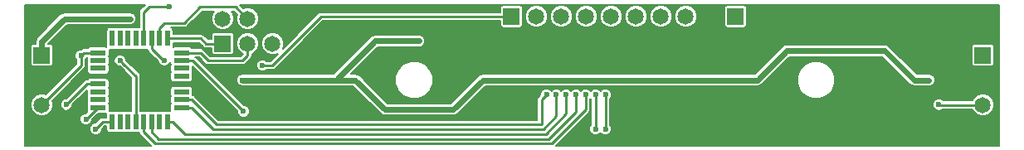
<source format=gbl>
G04 #@! TF.FileFunction,Copper,L2,Bot,Signal*
%FSLAX46Y46*%
G04 Gerber Fmt 4.6, Leading zero omitted, Abs format (unit mm)*
G04 Created by KiCad (PCBNEW 4.0.7-e2-6376~58~ubuntu16.04.1) date Thu Sep 14 12:30:46 2017*
%MOMM*%
%LPD*%
G01*
G04 APERTURE LIST*
%ADD10C,0.100000*%
%ADD11R,1.600000X0.550000*%
%ADD12R,0.550000X1.600000*%
%ADD13R,1.651000X1.651000*%
%ADD14C,1.651000*%
%ADD15C,0.600000*%
%ADD16C,0.600000*%
%ADD17C,0.250000*%
%ADD18C,0.150000*%
G04 APERTURE END LIST*
D10*
D11*
X57750000Y-145800000D03*
X57750000Y-145000000D03*
X57750000Y-144200000D03*
X57750000Y-143400000D03*
X57750000Y-142600000D03*
X57750000Y-141800000D03*
X57750000Y-141000000D03*
X57750000Y-140200000D03*
D12*
X59200000Y-138750000D03*
X60000000Y-138750000D03*
X60800000Y-138750000D03*
X61600000Y-138750000D03*
X62400000Y-138750000D03*
X63200000Y-138750000D03*
X64000000Y-138750000D03*
X64800000Y-138750000D03*
D11*
X66250000Y-140200000D03*
X66250000Y-141000000D03*
X66250000Y-141800000D03*
X66250000Y-142600000D03*
X66250000Y-143400000D03*
X66250000Y-144200000D03*
X66250000Y-145000000D03*
X66250000Y-145800000D03*
D12*
X64800000Y-147250000D03*
X64000000Y-147250000D03*
X63200000Y-147250000D03*
X62400000Y-147250000D03*
X61600000Y-147250000D03*
X60800000Y-147250000D03*
X60000000Y-147250000D03*
X59200000Y-147250000D03*
D13*
X52000000Y-140460000D03*
D14*
X52000000Y-143000000D03*
X52000000Y-145540000D03*
D13*
X148000000Y-140460000D03*
D14*
X148000000Y-143000000D03*
X148000000Y-145540000D03*
D13*
X70460000Y-139270000D03*
D14*
X73000000Y-139270000D03*
X75540000Y-139270000D03*
X75540000Y-136730000D03*
X73000000Y-136730000D03*
X70460000Y-136730000D03*
D13*
X99920000Y-136500000D03*
D14*
X102460000Y-136500000D03*
X105000000Y-136500000D03*
X107540000Y-136500000D03*
X110080000Y-136500000D03*
X112620000Y-136500000D03*
X115160000Y-136500000D03*
X117700000Y-136500000D03*
D13*
X122770000Y-136500000D03*
D14*
X120230000Y-136500000D03*
D15*
X72500000Y-143000000D03*
X90500000Y-139000016D03*
X82000000Y-143000000D03*
X102500000Y-143000000D03*
X122500000Y-143000000D03*
X142500000Y-143000000D03*
X54500000Y-145500000D03*
X61000000Y-136730000D03*
X72576927Y-146184625D03*
X55999992Y-140500000D03*
X143499998Y-145500000D03*
X60000000Y-141000000D03*
X65000000Y-135500000D03*
X74500000Y-141500006D03*
X64500000Y-141000000D03*
X103500000Y-144500000D03*
X104500000Y-144500000D03*
X105500000Y-144500000D03*
X106500000Y-144500000D03*
X107500000Y-144500000D03*
X108500000Y-148000000D03*
X57500000Y-147999988D03*
X108500000Y-144500000D03*
X109500000Y-148000000D03*
X109500000Y-144500000D03*
X56500000Y-147000000D03*
D16*
X82000000Y-143000000D02*
X72500000Y-143000000D01*
X85999984Y-139000016D02*
X90075736Y-139000016D01*
X82000000Y-143000000D02*
X85999984Y-139000016D01*
X90075736Y-139000016D02*
X90500000Y-139000016D01*
X142500000Y-143000000D02*
X141000000Y-143000000D01*
X138000000Y-140000000D02*
X141000000Y-143000000D01*
X128000000Y-140000000D02*
X138000000Y-140000000D01*
X125000000Y-143000000D02*
X128000000Y-140000000D01*
X122500000Y-143000000D02*
X125000000Y-143000000D01*
X87000000Y-146000000D02*
X94000000Y-146000000D01*
X94000000Y-146000000D02*
X97000000Y-143000000D01*
X84000000Y-143000000D02*
X87000000Y-146000000D01*
X82000000Y-143000000D02*
X84000000Y-143000000D01*
X97000000Y-143000000D02*
X102500000Y-143000000D01*
X102500000Y-143000000D02*
X103000000Y-143000000D01*
X103000000Y-143000000D02*
X122500000Y-143000000D01*
D17*
X57750000Y-143400000D02*
X56600000Y-143400000D01*
X56600000Y-143400000D02*
X54500000Y-145500000D01*
D16*
X61000000Y-136730000D02*
X54304500Y-136730000D01*
X54304500Y-136730000D02*
X52000000Y-139034500D01*
X52000000Y-139034500D02*
X52000000Y-140460000D01*
D17*
X72276928Y-145884626D02*
X72576927Y-146184625D01*
X66250000Y-141000000D02*
X67392302Y-141000000D01*
X67392302Y-141000000D02*
X72276928Y-145884626D01*
X52000000Y-145540000D02*
X55999992Y-141540008D01*
X55999992Y-141540008D02*
X55999992Y-140924264D01*
X55999992Y-140924264D02*
X55999992Y-140500000D01*
X56299999Y-140200001D02*
X56299991Y-140200001D01*
X56299991Y-140200001D02*
X55999992Y-140500000D01*
X56800000Y-140200000D02*
X56299999Y-140200001D01*
X57750000Y-140200000D02*
X56299999Y-140200001D01*
X143539998Y-145540000D02*
X143499998Y-145500000D01*
X148000000Y-145540000D02*
X143539998Y-145540000D01*
X68770000Y-139270000D02*
X68250000Y-138750000D01*
X68250000Y-138750000D02*
X64800000Y-138750000D01*
X70460000Y-139270000D02*
X68770000Y-139270000D01*
X66250000Y-140200000D02*
X68200000Y-140200000D01*
X68200000Y-140200000D02*
X69000000Y-141000000D01*
X69000000Y-141000000D02*
X72500000Y-141000000D01*
X72500000Y-141000000D02*
X73000000Y-140500000D01*
X73000000Y-140500000D02*
X73000000Y-139270000D01*
X60299999Y-141299999D02*
X60000000Y-141000000D01*
X61600000Y-142600000D02*
X60299999Y-141299999D01*
X61600000Y-147250000D02*
X61600000Y-142600000D01*
X61600000Y-147250000D02*
X61600000Y-146200000D01*
X66500000Y-137200000D02*
X64500000Y-137200000D01*
X73000000Y-136730000D02*
X71799499Y-135529499D01*
X71799499Y-135529499D02*
X68170501Y-135529499D01*
X68170501Y-135529499D02*
X66500000Y-137200000D01*
X64000000Y-137700000D02*
X64500000Y-137200000D01*
X64000000Y-138750000D02*
X64000000Y-137700000D01*
X63000000Y-135500000D02*
X62400000Y-136100000D01*
X62400000Y-136100000D02*
X62400000Y-138750000D01*
X65000000Y-135500000D02*
X63000000Y-135500000D01*
X62500000Y-138650000D02*
X62400000Y-138750000D01*
X74500000Y-141500006D02*
X75499994Y-141500006D01*
X75499994Y-141500006D02*
X80500000Y-136500000D01*
X80500000Y-136500000D02*
X99920000Y-136500000D01*
X64400000Y-141000000D02*
X64500000Y-141000000D01*
X63200000Y-139800000D02*
X64400000Y-141000000D01*
X63200000Y-138750000D02*
X63200000Y-139800000D01*
X102999970Y-147499970D02*
X102999970Y-145000030D01*
X102999970Y-145000030D02*
X103500000Y-144500000D01*
X69799970Y-147499970D02*
X102999970Y-147499970D01*
X66250000Y-145000000D02*
X67300000Y-145000000D01*
X67300000Y-145000000D02*
X69799970Y-147499970D01*
X102999970Y-147499970D02*
X103000000Y-147500000D01*
X102999990Y-148000010D02*
X103207110Y-148000010D01*
X103207110Y-148000010D02*
X104500000Y-146707120D01*
X104500000Y-146707120D02*
X104500000Y-144500000D01*
X66250000Y-145800000D02*
X67300000Y-145800000D01*
X67300000Y-145800000D02*
X69500010Y-148000010D01*
X69500010Y-148000010D02*
X102999990Y-148000010D01*
X102999990Y-148000010D02*
X103000000Y-148000000D01*
X103414224Y-148500020D02*
X105500000Y-146414244D01*
X105500000Y-146414244D02*
X105500000Y-144500000D01*
X64800000Y-147250000D02*
X65325000Y-147250000D01*
X65325000Y-147250000D02*
X66575020Y-148500020D01*
X66575020Y-148500020D02*
X103414224Y-148500020D01*
X103414224Y-148500020D02*
X103414254Y-148499990D01*
X103414254Y-148499990D02*
X103499990Y-148499990D01*
X103499990Y-148499990D02*
X103500000Y-148500000D01*
X103499970Y-149000030D02*
X103707090Y-149000030D01*
X103707090Y-149000030D02*
X106500000Y-146207120D01*
X106500000Y-146207120D02*
X106500000Y-144500000D01*
X63200000Y-147250000D02*
X63200000Y-148300000D01*
X63200000Y-148300000D02*
X63900030Y-149000030D01*
X103499970Y-149000030D02*
X103500000Y-149000000D01*
X63900030Y-149000030D02*
X103499970Y-149000030D01*
X103999960Y-149500040D02*
X107500000Y-146000000D01*
X107500000Y-146000000D02*
X107500000Y-144500000D01*
X62400000Y-147250000D02*
X62400000Y-148300000D01*
X62400000Y-148300000D02*
X63600040Y-149500040D01*
X63600040Y-149500040D02*
X103999960Y-149500040D01*
X103999960Y-149500040D02*
X104000000Y-149500000D01*
X108500000Y-144500000D02*
X108500000Y-148000000D01*
X59200000Y-147250000D02*
X58249988Y-147250000D01*
X57799999Y-147699989D02*
X57500000Y-147999988D01*
X58249988Y-147250000D02*
X57799999Y-147699989D01*
X109500000Y-144500000D02*
X109500000Y-148000000D01*
X57750000Y-145800000D02*
X57700000Y-145800000D01*
X57700000Y-145800000D02*
X56500000Y-147000000D01*
D18*
G36*
X62081802Y-135781802D02*
X61984254Y-135927792D01*
X61950000Y-136100000D01*
X61950000Y-137633821D01*
X61875000Y-137618633D01*
X61325000Y-137618633D01*
X61204562Y-137641295D01*
X61200336Y-137644014D01*
X61075000Y-137618633D01*
X60525000Y-137618633D01*
X60404562Y-137641295D01*
X60400336Y-137644014D01*
X60275000Y-137618633D01*
X59725000Y-137618633D01*
X59604562Y-137641295D01*
X59600336Y-137644014D01*
X59475000Y-137618633D01*
X58925000Y-137618633D01*
X58804562Y-137641295D01*
X58693947Y-137712474D01*
X58619740Y-137821080D01*
X58593633Y-137950000D01*
X58593633Y-139550000D01*
X58603897Y-139604547D01*
X58550000Y-139593633D01*
X56950000Y-139593633D01*
X56829562Y-139616295D01*
X56718947Y-139687474D01*
X56676225Y-139750000D01*
X56299998Y-139750001D01*
X56299991Y-139750001D01*
X56127784Y-139784254D01*
X55991985Y-139874993D01*
X55876217Y-139874892D01*
X55646421Y-139969842D01*
X55470452Y-140145504D01*
X55375101Y-140375134D01*
X55374884Y-140623775D01*
X55469834Y-140853571D01*
X55549992Y-140933869D01*
X55549992Y-141353612D01*
X52430562Y-144473042D01*
X52229853Y-144389700D01*
X51772155Y-144389300D01*
X51349145Y-144564085D01*
X51025222Y-144887443D01*
X50849700Y-145310147D01*
X50849300Y-145767845D01*
X51024085Y-146190855D01*
X51347443Y-146514778D01*
X51770147Y-146690300D01*
X52227845Y-146690700D01*
X52650855Y-146515915D01*
X52974778Y-146192557D01*
X53150300Y-145769853D01*
X53150700Y-145312155D01*
X53066944Y-145109452D01*
X56318190Y-141858206D01*
X56321283Y-141853577D01*
X56415738Y-141712216D01*
X56449992Y-141540008D01*
X56449992Y-140933897D01*
X56529532Y-140854496D01*
X56614446Y-140650001D01*
X56633821Y-140650001D01*
X56618633Y-140725000D01*
X56618633Y-141275000D01*
X56641295Y-141395438D01*
X56644014Y-141399664D01*
X56618633Y-141525000D01*
X56618633Y-142075000D01*
X56641295Y-142195438D01*
X56712474Y-142306053D01*
X56821080Y-142380260D01*
X56950000Y-142406367D01*
X58550000Y-142406367D01*
X58670438Y-142383705D01*
X58781053Y-142312526D01*
X58855260Y-142203920D01*
X58881367Y-142075000D01*
X58881367Y-141525000D01*
X58858705Y-141404562D01*
X58855986Y-141400336D01*
X58881367Y-141275000D01*
X58881367Y-140725000D01*
X58858705Y-140604562D01*
X58855986Y-140600336D01*
X58881367Y-140475000D01*
X58881367Y-139925000D01*
X58871103Y-139870453D01*
X58925000Y-139881367D01*
X59475000Y-139881367D01*
X59595438Y-139858705D01*
X59599664Y-139855986D01*
X59725000Y-139881367D01*
X60275000Y-139881367D01*
X60395438Y-139858705D01*
X60399664Y-139855986D01*
X60525000Y-139881367D01*
X61075000Y-139881367D01*
X61195438Y-139858705D01*
X61199664Y-139855986D01*
X61325000Y-139881367D01*
X61875000Y-139881367D01*
X61995438Y-139858705D01*
X61999664Y-139855986D01*
X62125000Y-139881367D01*
X62675000Y-139881367D01*
X62762895Y-139864828D01*
X62784254Y-139972208D01*
X62859121Y-140084254D01*
X62881802Y-140118198D01*
X63874903Y-141111299D01*
X63874892Y-141123775D01*
X63969842Y-141353571D01*
X64145504Y-141529540D01*
X64375134Y-141624891D01*
X64623775Y-141625108D01*
X64853571Y-141530158D01*
X65029540Y-141354496D01*
X65118633Y-141139937D01*
X65118633Y-141275000D01*
X65141295Y-141395438D01*
X65144014Y-141399664D01*
X65118633Y-141525000D01*
X65118633Y-142075000D01*
X65141295Y-142195438D01*
X65144014Y-142199664D01*
X65118633Y-142325000D01*
X65118633Y-142875000D01*
X65141295Y-142995438D01*
X65212474Y-143106053D01*
X65321080Y-143180260D01*
X65450000Y-143206367D01*
X67050000Y-143206367D01*
X67170438Y-143183705D01*
X67281053Y-143112526D01*
X67355260Y-143003920D01*
X67381367Y-142875000D01*
X67381367Y-142325000D01*
X67358705Y-142204562D01*
X67355986Y-142200336D01*
X67381367Y-142075000D01*
X67381367Y-141625461D01*
X71951917Y-146196011D01*
X71951819Y-146308400D01*
X72046769Y-146538196D01*
X72222431Y-146714165D01*
X72452061Y-146809516D01*
X72700702Y-146809733D01*
X72930498Y-146714783D01*
X73106467Y-146539121D01*
X73201818Y-146309491D01*
X73202035Y-146060850D01*
X73107085Y-145831054D01*
X72931423Y-145655085D01*
X72701793Y-145559734D01*
X72588333Y-145559635D01*
X70152473Y-143123775D01*
X71874892Y-143123775D01*
X71969842Y-143353571D01*
X72058056Y-143441939D01*
X72058058Y-143441942D01*
X72058060Y-143441944D01*
X72145504Y-143529540D01*
X72260822Y-143577424D01*
X72260823Y-143577425D01*
X72260824Y-143577425D01*
X72375134Y-143624891D01*
X72500000Y-143625000D01*
X72500027Y-143625000D01*
X72623775Y-143625108D01*
X72624036Y-143625000D01*
X82000027Y-143625000D01*
X82123775Y-143625108D01*
X82124036Y-143625000D01*
X83741116Y-143625000D01*
X86558058Y-146441942D01*
X86760823Y-146577425D01*
X87000000Y-146625001D01*
X87000005Y-146625000D01*
X94000000Y-146625000D01*
X94239177Y-146577425D01*
X94441942Y-146441942D01*
X97258884Y-143625000D01*
X102500027Y-143625000D01*
X102623775Y-143625108D01*
X102624036Y-143625000D01*
X122500027Y-143625000D01*
X122623775Y-143625108D01*
X122624036Y-143625000D01*
X125000000Y-143625000D01*
X125239177Y-143577425D01*
X125441942Y-143441942D01*
X125502658Y-143381226D01*
X129074667Y-143381226D01*
X129367113Y-144089000D01*
X129908151Y-144630984D01*
X130615414Y-144924665D01*
X131381226Y-144925333D01*
X132089000Y-144632887D01*
X132630984Y-144091849D01*
X132924665Y-143384586D01*
X132925333Y-142618774D01*
X132632887Y-141911000D01*
X132091849Y-141369016D01*
X131384586Y-141075335D01*
X130618774Y-141074667D01*
X129911000Y-141367113D01*
X129369016Y-141908151D01*
X129075335Y-142615414D01*
X129074667Y-143381226D01*
X125502658Y-143381226D01*
X128258884Y-140625000D01*
X137741116Y-140625000D01*
X140558058Y-143441942D01*
X140760823Y-143577425D01*
X141000000Y-143625001D01*
X141000005Y-143625000D01*
X142500000Y-143625000D01*
X142623775Y-143625108D01*
X142739176Y-143577425D01*
X142739177Y-143577425D01*
X142739178Y-143577424D01*
X142853571Y-143530158D01*
X142941939Y-143441944D01*
X142941942Y-143441942D01*
X142941944Y-143441940D01*
X143029540Y-143354496D01*
X143124891Y-143124866D01*
X143125108Y-142876225D01*
X143030158Y-142646429D01*
X142941944Y-142558061D01*
X142941942Y-142558058D01*
X142941940Y-142558056D01*
X142854496Y-142470460D01*
X142739178Y-142422576D01*
X142739177Y-142422575D01*
X142739176Y-142422575D01*
X142624866Y-142375109D01*
X142500000Y-142375000D01*
X142499973Y-142375000D01*
X142376225Y-142374892D01*
X142375964Y-142375000D01*
X141258884Y-142375000D01*
X138518384Y-139634500D01*
X146843133Y-139634500D01*
X146843133Y-141285500D01*
X146865795Y-141405938D01*
X146936974Y-141516553D01*
X147045580Y-141590760D01*
X147174500Y-141616867D01*
X148825500Y-141616867D01*
X148945938Y-141594205D01*
X149056553Y-141523026D01*
X149130760Y-141414420D01*
X149156867Y-141285500D01*
X149156867Y-139634500D01*
X149134205Y-139514062D01*
X149063026Y-139403447D01*
X148954420Y-139329240D01*
X148825500Y-139303133D01*
X147174500Y-139303133D01*
X147054062Y-139325795D01*
X146943447Y-139396974D01*
X146869240Y-139505580D01*
X146843133Y-139634500D01*
X138518384Y-139634500D01*
X138441942Y-139558058D01*
X138239177Y-139422575D01*
X138000000Y-139375000D01*
X128000005Y-139375000D01*
X128000000Y-139374999D01*
X127760823Y-139422575D01*
X127558058Y-139558058D01*
X124741116Y-142375000D01*
X122499973Y-142375000D01*
X122376225Y-142374892D01*
X122375964Y-142375000D01*
X102499973Y-142375000D01*
X102376225Y-142374892D01*
X102375964Y-142375000D01*
X97000005Y-142375000D01*
X97000000Y-142374999D01*
X96760823Y-142422575D01*
X96558058Y-142558058D01*
X93741116Y-145375000D01*
X87258884Y-145375000D01*
X85265110Y-143381226D01*
X88074667Y-143381226D01*
X88367113Y-144089000D01*
X88908151Y-144630984D01*
X89615414Y-144924665D01*
X90381226Y-144925333D01*
X91089000Y-144632887D01*
X91630984Y-144091849D01*
X91924665Y-143384586D01*
X91925333Y-142618774D01*
X91632887Y-141911000D01*
X91091849Y-141369016D01*
X90384586Y-141075335D01*
X89618774Y-141074667D01*
X88911000Y-141367113D01*
X88369016Y-141908151D01*
X88075335Y-142615414D01*
X88074667Y-143381226D01*
X85265110Y-143381226D01*
X84441942Y-142558058D01*
X84239177Y-142422575D01*
X84000000Y-142375000D01*
X83508884Y-142375000D01*
X86258867Y-139625016D01*
X90500000Y-139625016D01*
X90623775Y-139625124D01*
X90739176Y-139577441D01*
X90739177Y-139577441D01*
X90739178Y-139577440D01*
X90853571Y-139530174D01*
X90941939Y-139441960D01*
X90941942Y-139441958D01*
X90941944Y-139441956D01*
X91029540Y-139354512D01*
X91124891Y-139124882D01*
X91125108Y-138876241D01*
X91030158Y-138646445D01*
X90941944Y-138558077D01*
X90941942Y-138558074D01*
X90941940Y-138558072D01*
X90854496Y-138470476D01*
X90739178Y-138422592D01*
X90739177Y-138422591D01*
X90739176Y-138422591D01*
X90624866Y-138375125D01*
X90500000Y-138375016D01*
X90499973Y-138375016D01*
X90376225Y-138374908D01*
X90375964Y-138375016D01*
X85999989Y-138375016D01*
X85999984Y-138375015D01*
X85760807Y-138422591D01*
X85558042Y-138558074D01*
X85558040Y-138558077D01*
X81741116Y-142375000D01*
X72500000Y-142375000D01*
X72376225Y-142374892D01*
X72260824Y-142422575D01*
X72260823Y-142422575D01*
X72260822Y-142422576D01*
X72146429Y-142469842D01*
X72058061Y-142558056D01*
X72058058Y-142558058D01*
X72058056Y-142558060D01*
X71970460Y-142645504D01*
X71875109Y-142875134D01*
X71874892Y-143123775D01*
X70152473Y-143123775D01*
X68652479Y-141623781D01*
X73874892Y-141623781D01*
X73969842Y-141853577D01*
X74145504Y-142029546D01*
X74375134Y-142124897D01*
X74623775Y-142125114D01*
X74853571Y-142030164D01*
X74933869Y-141950006D01*
X75499994Y-141950006D01*
X75672202Y-141915752D01*
X75818192Y-141818204D01*
X80686396Y-136950000D01*
X98763133Y-136950000D01*
X98763133Y-137325500D01*
X98785795Y-137445938D01*
X98856974Y-137556553D01*
X98965580Y-137630760D01*
X99094500Y-137656867D01*
X100745500Y-137656867D01*
X100865938Y-137634205D01*
X100976553Y-137563026D01*
X101050760Y-137454420D01*
X101076867Y-137325500D01*
X101076867Y-136727845D01*
X101309300Y-136727845D01*
X101484085Y-137150855D01*
X101807443Y-137474778D01*
X102230147Y-137650300D01*
X102687845Y-137650700D01*
X103110855Y-137475915D01*
X103434778Y-137152557D01*
X103610300Y-136729853D01*
X103610301Y-136727845D01*
X103849300Y-136727845D01*
X104024085Y-137150855D01*
X104347443Y-137474778D01*
X104770147Y-137650300D01*
X105227845Y-137650700D01*
X105650855Y-137475915D01*
X105974778Y-137152557D01*
X106150300Y-136729853D01*
X106150301Y-136727845D01*
X106389300Y-136727845D01*
X106564085Y-137150855D01*
X106887443Y-137474778D01*
X107310147Y-137650300D01*
X107767845Y-137650700D01*
X108190855Y-137475915D01*
X108514778Y-137152557D01*
X108690300Y-136729853D01*
X108690301Y-136727845D01*
X108929300Y-136727845D01*
X109104085Y-137150855D01*
X109427443Y-137474778D01*
X109850147Y-137650300D01*
X110307845Y-137650700D01*
X110730855Y-137475915D01*
X111054778Y-137152557D01*
X111230300Y-136729853D01*
X111230301Y-136727845D01*
X111469300Y-136727845D01*
X111644085Y-137150855D01*
X111967443Y-137474778D01*
X112390147Y-137650300D01*
X112847845Y-137650700D01*
X113270855Y-137475915D01*
X113594778Y-137152557D01*
X113770300Y-136729853D01*
X113770301Y-136727845D01*
X114009300Y-136727845D01*
X114184085Y-137150855D01*
X114507443Y-137474778D01*
X114930147Y-137650300D01*
X115387845Y-137650700D01*
X115810855Y-137475915D01*
X116134778Y-137152557D01*
X116310300Y-136729853D01*
X116310301Y-136727845D01*
X116549300Y-136727845D01*
X116724085Y-137150855D01*
X117047443Y-137474778D01*
X117470147Y-137650300D01*
X117927845Y-137650700D01*
X118350855Y-137475915D01*
X118674778Y-137152557D01*
X118850300Y-136729853D01*
X118850700Y-136272155D01*
X118675915Y-135849145D01*
X118501575Y-135674500D01*
X121613133Y-135674500D01*
X121613133Y-137325500D01*
X121635795Y-137445938D01*
X121706974Y-137556553D01*
X121815580Y-137630760D01*
X121944500Y-137656867D01*
X123595500Y-137656867D01*
X123715938Y-137634205D01*
X123826553Y-137563026D01*
X123900760Y-137454420D01*
X123926867Y-137325500D01*
X123926867Y-135674500D01*
X123904205Y-135554062D01*
X123833026Y-135443447D01*
X123724420Y-135369240D01*
X123595500Y-135343133D01*
X121944500Y-135343133D01*
X121824062Y-135365795D01*
X121713447Y-135436974D01*
X121639240Y-135545580D01*
X121613133Y-135674500D01*
X118501575Y-135674500D01*
X118352557Y-135525222D01*
X117929853Y-135349700D01*
X117472155Y-135349300D01*
X117049145Y-135524085D01*
X116725222Y-135847443D01*
X116549700Y-136270147D01*
X116549300Y-136727845D01*
X116310301Y-136727845D01*
X116310700Y-136272155D01*
X116135915Y-135849145D01*
X115812557Y-135525222D01*
X115389853Y-135349700D01*
X114932155Y-135349300D01*
X114509145Y-135524085D01*
X114185222Y-135847443D01*
X114009700Y-136270147D01*
X114009300Y-136727845D01*
X113770301Y-136727845D01*
X113770700Y-136272155D01*
X113595915Y-135849145D01*
X113272557Y-135525222D01*
X112849853Y-135349700D01*
X112392155Y-135349300D01*
X111969145Y-135524085D01*
X111645222Y-135847443D01*
X111469700Y-136270147D01*
X111469300Y-136727845D01*
X111230301Y-136727845D01*
X111230700Y-136272155D01*
X111055915Y-135849145D01*
X110732557Y-135525222D01*
X110309853Y-135349700D01*
X109852155Y-135349300D01*
X109429145Y-135524085D01*
X109105222Y-135847443D01*
X108929700Y-136270147D01*
X108929300Y-136727845D01*
X108690301Y-136727845D01*
X108690700Y-136272155D01*
X108515915Y-135849145D01*
X108192557Y-135525222D01*
X107769853Y-135349700D01*
X107312155Y-135349300D01*
X106889145Y-135524085D01*
X106565222Y-135847443D01*
X106389700Y-136270147D01*
X106389300Y-136727845D01*
X106150301Y-136727845D01*
X106150700Y-136272155D01*
X105975915Y-135849145D01*
X105652557Y-135525222D01*
X105229853Y-135349700D01*
X104772155Y-135349300D01*
X104349145Y-135524085D01*
X104025222Y-135847443D01*
X103849700Y-136270147D01*
X103849300Y-136727845D01*
X103610301Y-136727845D01*
X103610700Y-136272155D01*
X103435915Y-135849145D01*
X103112557Y-135525222D01*
X102689853Y-135349700D01*
X102232155Y-135349300D01*
X101809145Y-135524085D01*
X101485222Y-135847443D01*
X101309700Y-136270147D01*
X101309300Y-136727845D01*
X101076867Y-136727845D01*
X101076867Y-135674500D01*
X101054205Y-135554062D01*
X100983026Y-135443447D01*
X100874420Y-135369240D01*
X100745500Y-135343133D01*
X99094500Y-135343133D01*
X98974062Y-135365795D01*
X98863447Y-135436974D01*
X98789240Y-135545580D01*
X98763133Y-135674500D01*
X98763133Y-136050000D01*
X80500000Y-136050000D01*
X80327792Y-136084254D01*
X80181802Y-136181802D01*
X76567134Y-139796470D01*
X76690300Y-139499853D01*
X76690700Y-139042155D01*
X76515915Y-138619145D01*
X76192557Y-138295222D01*
X75769853Y-138119700D01*
X75312155Y-138119300D01*
X74889145Y-138294085D01*
X74565222Y-138617443D01*
X74389700Y-139040147D01*
X74389300Y-139497845D01*
X74564085Y-139920855D01*
X74887443Y-140244778D01*
X75310147Y-140420300D01*
X75767845Y-140420700D01*
X76066170Y-140297434D01*
X75313598Y-141050006D01*
X74933897Y-141050006D01*
X74854496Y-140970466D01*
X74624866Y-140875115D01*
X74376225Y-140874898D01*
X74146429Y-140969848D01*
X73970460Y-141145510D01*
X73875109Y-141375140D01*
X73874892Y-141623781D01*
X68652479Y-141623781D01*
X67710500Y-140681802D01*
X67696140Y-140672207D01*
X67662905Y-140650000D01*
X68013604Y-140650000D01*
X68681802Y-141318198D01*
X68827792Y-141415746D01*
X69000000Y-141450000D01*
X72500000Y-141450000D01*
X72672208Y-141415746D01*
X72818198Y-141318198D01*
X73318198Y-140818198D01*
X73326103Y-140806367D01*
X73415746Y-140672208D01*
X73450000Y-140500000D01*
X73450000Y-140328907D01*
X73650855Y-140245915D01*
X73974778Y-139922557D01*
X74150300Y-139499853D01*
X74150700Y-139042155D01*
X73975915Y-138619145D01*
X73652557Y-138295222D01*
X73229853Y-138119700D01*
X72772155Y-138119300D01*
X72349145Y-138294085D01*
X72025222Y-138617443D01*
X71849700Y-139040147D01*
X71849300Y-139497845D01*
X72024085Y-139920855D01*
X72347443Y-140244778D01*
X72539201Y-140324403D01*
X72313604Y-140550000D01*
X69186396Y-140550000D01*
X68518198Y-139881802D01*
X68508181Y-139875109D01*
X68372208Y-139784254D01*
X68200000Y-139750000D01*
X67323595Y-139750000D01*
X67287526Y-139693947D01*
X67178920Y-139619740D01*
X67050000Y-139593633D01*
X65450000Y-139593633D01*
X65395453Y-139603897D01*
X65406367Y-139550000D01*
X65406367Y-139200000D01*
X68063604Y-139200000D01*
X68451802Y-139588198D01*
X68597792Y-139685746D01*
X68770000Y-139720000D01*
X69303133Y-139720000D01*
X69303133Y-140095500D01*
X69325795Y-140215938D01*
X69396974Y-140326553D01*
X69505580Y-140400760D01*
X69634500Y-140426867D01*
X71285500Y-140426867D01*
X71405938Y-140404205D01*
X71516553Y-140333026D01*
X71590760Y-140224420D01*
X71616867Y-140095500D01*
X71616867Y-138444500D01*
X71594205Y-138324062D01*
X71523026Y-138213447D01*
X71414420Y-138139240D01*
X71285500Y-138113133D01*
X69634500Y-138113133D01*
X69514062Y-138135795D01*
X69403447Y-138206974D01*
X69329240Y-138315580D01*
X69303133Y-138444500D01*
X69303133Y-138820000D01*
X68956396Y-138820000D01*
X68568198Y-138431802D01*
X68483212Y-138375016D01*
X68422208Y-138334254D01*
X68250000Y-138300000D01*
X65406367Y-138300000D01*
X65406367Y-137950000D01*
X65383705Y-137829562D01*
X65312526Y-137718947D01*
X65211618Y-137650000D01*
X66500000Y-137650000D01*
X66672208Y-137615746D01*
X66818198Y-137518198D01*
X68356897Y-135979499D01*
X69583337Y-135979499D01*
X69485222Y-136077443D01*
X69309700Y-136500147D01*
X69309300Y-136957845D01*
X69484085Y-137380855D01*
X69807443Y-137704778D01*
X70230147Y-137880300D01*
X70687845Y-137880700D01*
X71110855Y-137705915D01*
X71434778Y-137382557D01*
X71610300Y-136959853D01*
X71610700Y-136502155D01*
X71435915Y-136079145D01*
X71336443Y-135979499D01*
X71613103Y-135979499D01*
X71933042Y-136299438D01*
X71849700Y-136500147D01*
X71849300Y-136957845D01*
X72024085Y-137380855D01*
X72347443Y-137704778D01*
X72770147Y-137880300D01*
X73227845Y-137880700D01*
X73650855Y-137705915D01*
X73974778Y-137382557D01*
X74150300Y-136959853D01*
X74150700Y-136502155D01*
X73975915Y-136079145D01*
X73652557Y-135755222D01*
X73229853Y-135579700D01*
X72772155Y-135579300D01*
X72569452Y-135663056D01*
X72206396Y-135300000D01*
X149700000Y-135300000D01*
X149700000Y-149700000D01*
X104436396Y-149700000D01*
X107818198Y-146318198D01*
X107859009Y-146257120D01*
X107915746Y-146172208D01*
X107950000Y-146000000D01*
X107950000Y-144933897D01*
X108000101Y-144883883D01*
X108050000Y-144933869D01*
X108050000Y-147566103D01*
X107970460Y-147645504D01*
X107875109Y-147875134D01*
X107874892Y-148123775D01*
X107969842Y-148353571D01*
X108145504Y-148529540D01*
X108375134Y-148624891D01*
X108623775Y-148625108D01*
X108853571Y-148530158D01*
X109000101Y-148383883D01*
X109145504Y-148529540D01*
X109375134Y-148624891D01*
X109623775Y-148625108D01*
X109853571Y-148530158D01*
X110029540Y-148354496D01*
X110124891Y-148124866D01*
X110125108Y-147876225D01*
X110030158Y-147646429D01*
X109950000Y-147566131D01*
X109950000Y-145623775D01*
X142874890Y-145623775D01*
X142969840Y-145853571D01*
X143145502Y-146029540D01*
X143375132Y-146124891D01*
X143623773Y-146125108D01*
X143853569Y-146030158D01*
X143893797Y-145990000D01*
X146941093Y-145990000D01*
X147024085Y-146190855D01*
X147347443Y-146514778D01*
X147770147Y-146690300D01*
X148227845Y-146690700D01*
X148650855Y-146515915D01*
X148974778Y-146192557D01*
X149150300Y-145769853D01*
X149150700Y-145312155D01*
X148975915Y-144889145D01*
X148652557Y-144565222D01*
X148229853Y-144389700D01*
X147772155Y-144389300D01*
X147349145Y-144564085D01*
X147025222Y-144887443D01*
X146941113Y-145090000D01*
X143973825Y-145090000D01*
X143854494Y-144970460D01*
X143624864Y-144875109D01*
X143376223Y-144874892D01*
X143146427Y-144969842D01*
X142970458Y-145145504D01*
X142875107Y-145375134D01*
X142874890Y-145623775D01*
X109950000Y-145623775D01*
X109950000Y-144933897D01*
X110029540Y-144854496D01*
X110124891Y-144624866D01*
X110125108Y-144376225D01*
X110030158Y-144146429D01*
X109854496Y-143970460D01*
X109624866Y-143875109D01*
X109376225Y-143874892D01*
X109146429Y-143969842D01*
X108999899Y-144116117D01*
X108854496Y-143970460D01*
X108624866Y-143875109D01*
X108376225Y-143874892D01*
X108146429Y-143969842D01*
X107999899Y-144116117D01*
X107854496Y-143970460D01*
X107624866Y-143875109D01*
X107376225Y-143874892D01*
X107146429Y-143969842D01*
X106999899Y-144116117D01*
X106854496Y-143970460D01*
X106624866Y-143875109D01*
X106376225Y-143874892D01*
X106146429Y-143969842D01*
X105999899Y-144116117D01*
X105854496Y-143970460D01*
X105624866Y-143875109D01*
X105376225Y-143874892D01*
X105146429Y-143969842D01*
X104999899Y-144116117D01*
X104854496Y-143970460D01*
X104624866Y-143875109D01*
X104376225Y-143874892D01*
X104146429Y-143969842D01*
X103999899Y-144116117D01*
X103854496Y-143970460D01*
X103624866Y-143875109D01*
X103376225Y-143874892D01*
X103146429Y-143969842D01*
X102970460Y-144145504D01*
X102875109Y-144375134D01*
X102875010Y-144488594D01*
X102681772Y-144681832D01*
X102584224Y-144827822D01*
X102549970Y-145000030D01*
X102549970Y-147049970D01*
X69986366Y-147049970D01*
X67618198Y-144681802D01*
X67603840Y-144672208D01*
X67472208Y-144584254D01*
X67363617Y-144562654D01*
X67381367Y-144475000D01*
X67381367Y-143925000D01*
X67358705Y-143804562D01*
X67287526Y-143693947D01*
X67178920Y-143619740D01*
X67050000Y-143593633D01*
X65450000Y-143593633D01*
X65329562Y-143616295D01*
X65218947Y-143687474D01*
X65144740Y-143796080D01*
X65118633Y-143925000D01*
X65118633Y-144475000D01*
X65141295Y-144595438D01*
X65144014Y-144599664D01*
X65118633Y-144725000D01*
X65118633Y-145275000D01*
X65141295Y-145395438D01*
X65144014Y-145399664D01*
X65118633Y-145525000D01*
X65118633Y-146075000D01*
X65128897Y-146129547D01*
X65075000Y-146118633D01*
X64525000Y-146118633D01*
X64404562Y-146141295D01*
X64400336Y-146144014D01*
X64275000Y-146118633D01*
X63725000Y-146118633D01*
X63604562Y-146141295D01*
X63600336Y-146144014D01*
X63475000Y-146118633D01*
X62925000Y-146118633D01*
X62804562Y-146141295D01*
X62800336Y-146144014D01*
X62675000Y-146118633D01*
X62125000Y-146118633D01*
X62050000Y-146132745D01*
X62050000Y-142600000D01*
X62015746Y-142427792D01*
X61918198Y-142281802D01*
X60625010Y-140988614D01*
X60625108Y-140876225D01*
X60530158Y-140646429D01*
X60354496Y-140470460D01*
X60124866Y-140375109D01*
X59876225Y-140374892D01*
X59646429Y-140469842D01*
X59470460Y-140645504D01*
X59375109Y-140875134D01*
X59374892Y-141123775D01*
X59469842Y-141353571D01*
X59645504Y-141529540D01*
X59875134Y-141624891D01*
X59988594Y-141624990D01*
X61150000Y-142786396D01*
X61150000Y-146133821D01*
X61075000Y-146118633D01*
X60525000Y-146118633D01*
X60404562Y-146141295D01*
X60400336Y-146144014D01*
X60275000Y-146118633D01*
X59725000Y-146118633D01*
X59604562Y-146141295D01*
X59600336Y-146144014D01*
X59475000Y-146118633D01*
X58925000Y-146118633D01*
X58870453Y-146128897D01*
X58881367Y-146075000D01*
X58881367Y-145525000D01*
X58858705Y-145404562D01*
X58855986Y-145400336D01*
X58881367Y-145275000D01*
X58881367Y-144725000D01*
X58858705Y-144604562D01*
X58855986Y-144600336D01*
X58881367Y-144475000D01*
X58881367Y-143925000D01*
X58858705Y-143804562D01*
X58855986Y-143800336D01*
X58881367Y-143675000D01*
X58881367Y-143125000D01*
X58858705Y-143004562D01*
X58787526Y-142893947D01*
X58678920Y-142819740D01*
X58550000Y-142793633D01*
X56950000Y-142793633D01*
X56829562Y-142816295D01*
X56718947Y-142887474D01*
X56676225Y-142950000D01*
X56600000Y-142950000D01*
X56427792Y-142984254D01*
X56281802Y-143081802D01*
X54488614Y-144874990D01*
X54376225Y-144874892D01*
X54146429Y-144969842D01*
X53970460Y-145145504D01*
X53875109Y-145375134D01*
X53874892Y-145623775D01*
X53969842Y-145853571D01*
X54145504Y-146029540D01*
X54375134Y-146124891D01*
X54623775Y-146125108D01*
X54853571Y-146030158D01*
X55029540Y-145854496D01*
X55124891Y-145624866D01*
X55124990Y-145511406D01*
X56618633Y-144017763D01*
X56618633Y-144475000D01*
X56641295Y-144595438D01*
X56644014Y-144599664D01*
X56618633Y-144725000D01*
X56618633Y-145275000D01*
X56641295Y-145395438D01*
X56644014Y-145399664D01*
X56618633Y-145525000D01*
X56618633Y-146075000D01*
X56641295Y-146195438D01*
X56651816Y-146211788D01*
X56488614Y-146374990D01*
X56376225Y-146374892D01*
X56146429Y-146469842D01*
X55970460Y-146645504D01*
X55875109Y-146875134D01*
X55874892Y-147123775D01*
X55969842Y-147353571D01*
X56145504Y-147529540D01*
X56375134Y-147624891D01*
X56623775Y-147625108D01*
X56853571Y-147530158D01*
X57029540Y-147354496D01*
X57124891Y-147124866D01*
X57124990Y-147011406D01*
X57730029Y-146406367D01*
X58550000Y-146406367D01*
X58604547Y-146396103D01*
X58593633Y-146450000D01*
X58593633Y-146800000D01*
X58249988Y-146800000D01*
X58077781Y-146834253D01*
X57931790Y-146931802D01*
X57488614Y-147374978D01*
X57376225Y-147374880D01*
X57146429Y-147469830D01*
X56970460Y-147645492D01*
X56875109Y-147875122D01*
X56874892Y-148123763D01*
X56969842Y-148353559D01*
X57145504Y-148529528D01*
X57375134Y-148624879D01*
X57623775Y-148625096D01*
X57853571Y-148530146D01*
X58029540Y-148354484D01*
X58124891Y-148124854D01*
X58124990Y-148011394D01*
X58436384Y-147700000D01*
X58593633Y-147700000D01*
X58593633Y-148050000D01*
X58616295Y-148170438D01*
X58687474Y-148281053D01*
X58796080Y-148355260D01*
X58925000Y-148381367D01*
X59475000Y-148381367D01*
X59595438Y-148358705D01*
X59599664Y-148355986D01*
X59725000Y-148381367D01*
X60275000Y-148381367D01*
X60395438Y-148358705D01*
X60399664Y-148355986D01*
X60525000Y-148381367D01*
X61075000Y-148381367D01*
X61195438Y-148358705D01*
X61199664Y-148355986D01*
X61325000Y-148381367D01*
X61875000Y-148381367D01*
X61962895Y-148364828D01*
X61984254Y-148472208D01*
X62059121Y-148584254D01*
X62081802Y-148618198D01*
X63163604Y-149700000D01*
X50300000Y-149700000D01*
X50300000Y-139634500D01*
X50843133Y-139634500D01*
X50843133Y-141285500D01*
X50865795Y-141405938D01*
X50936974Y-141516553D01*
X51045580Y-141590760D01*
X51174500Y-141616867D01*
X52825500Y-141616867D01*
X52945938Y-141594205D01*
X53056553Y-141523026D01*
X53130760Y-141414420D01*
X53156867Y-141285500D01*
X53156867Y-139634500D01*
X53134205Y-139514062D01*
X53063026Y-139403447D01*
X52954420Y-139329240D01*
X52825500Y-139303133D01*
X52625000Y-139303133D01*
X52625000Y-139293384D01*
X54563384Y-137355000D01*
X61000000Y-137355000D01*
X61123775Y-137355108D01*
X61239176Y-137307425D01*
X61239177Y-137307425D01*
X61239178Y-137307424D01*
X61353571Y-137260158D01*
X61441939Y-137171944D01*
X61441942Y-137171942D01*
X61441944Y-137171940D01*
X61529540Y-137084496D01*
X61624891Y-136854866D01*
X61625108Y-136606225D01*
X61530158Y-136376429D01*
X61441944Y-136288061D01*
X61441942Y-136288058D01*
X61441940Y-136288056D01*
X61354496Y-136200460D01*
X61239178Y-136152576D01*
X61239177Y-136152575D01*
X61239176Y-136152575D01*
X61124866Y-136105109D01*
X61000000Y-136105000D01*
X60999973Y-136105000D01*
X60876225Y-136104892D01*
X60875964Y-136105000D01*
X54304500Y-136105000D01*
X54065322Y-136152575D01*
X53862558Y-136288058D01*
X51558058Y-138592558D01*
X51422575Y-138795323D01*
X51375000Y-139034500D01*
X51375000Y-139303133D01*
X51174500Y-139303133D01*
X51054062Y-139325795D01*
X50943447Y-139396974D01*
X50869240Y-139505580D01*
X50843133Y-139634500D01*
X50300000Y-139634500D01*
X50300000Y-135300000D01*
X62563604Y-135300000D01*
X62081802Y-135781802D01*
X62081802Y-135781802D01*
G37*
X62081802Y-135781802D02*
X61984254Y-135927792D01*
X61950000Y-136100000D01*
X61950000Y-137633821D01*
X61875000Y-137618633D01*
X61325000Y-137618633D01*
X61204562Y-137641295D01*
X61200336Y-137644014D01*
X61075000Y-137618633D01*
X60525000Y-137618633D01*
X60404562Y-137641295D01*
X60400336Y-137644014D01*
X60275000Y-137618633D01*
X59725000Y-137618633D01*
X59604562Y-137641295D01*
X59600336Y-137644014D01*
X59475000Y-137618633D01*
X58925000Y-137618633D01*
X58804562Y-137641295D01*
X58693947Y-137712474D01*
X58619740Y-137821080D01*
X58593633Y-137950000D01*
X58593633Y-139550000D01*
X58603897Y-139604547D01*
X58550000Y-139593633D01*
X56950000Y-139593633D01*
X56829562Y-139616295D01*
X56718947Y-139687474D01*
X56676225Y-139750000D01*
X56299998Y-139750001D01*
X56299991Y-139750001D01*
X56127784Y-139784254D01*
X55991985Y-139874993D01*
X55876217Y-139874892D01*
X55646421Y-139969842D01*
X55470452Y-140145504D01*
X55375101Y-140375134D01*
X55374884Y-140623775D01*
X55469834Y-140853571D01*
X55549992Y-140933869D01*
X55549992Y-141353612D01*
X52430562Y-144473042D01*
X52229853Y-144389700D01*
X51772155Y-144389300D01*
X51349145Y-144564085D01*
X51025222Y-144887443D01*
X50849700Y-145310147D01*
X50849300Y-145767845D01*
X51024085Y-146190855D01*
X51347443Y-146514778D01*
X51770147Y-146690300D01*
X52227845Y-146690700D01*
X52650855Y-146515915D01*
X52974778Y-146192557D01*
X53150300Y-145769853D01*
X53150700Y-145312155D01*
X53066944Y-145109452D01*
X56318190Y-141858206D01*
X56321283Y-141853577D01*
X56415738Y-141712216D01*
X56449992Y-141540008D01*
X56449992Y-140933897D01*
X56529532Y-140854496D01*
X56614446Y-140650001D01*
X56633821Y-140650001D01*
X56618633Y-140725000D01*
X56618633Y-141275000D01*
X56641295Y-141395438D01*
X56644014Y-141399664D01*
X56618633Y-141525000D01*
X56618633Y-142075000D01*
X56641295Y-142195438D01*
X56712474Y-142306053D01*
X56821080Y-142380260D01*
X56950000Y-142406367D01*
X58550000Y-142406367D01*
X58670438Y-142383705D01*
X58781053Y-142312526D01*
X58855260Y-142203920D01*
X58881367Y-142075000D01*
X58881367Y-141525000D01*
X58858705Y-141404562D01*
X58855986Y-141400336D01*
X58881367Y-141275000D01*
X58881367Y-140725000D01*
X58858705Y-140604562D01*
X58855986Y-140600336D01*
X58881367Y-140475000D01*
X58881367Y-139925000D01*
X58871103Y-139870453D01*
X58925000Y-139881367D01*
X59475000Y-139881367D01*
X59595438Y-139858705D01*
X59599664Y-139855986D01*
X59725000Y-139881367D01*
X60275000Y-139881367D01*
X60395438Y-139858705D01*
X60399664Y-139855986D01*
X60525000Y-139881367D01*
X61075000Y-139881367D01*
X61195438Y-139858705D01*
X61199664Y-139855986D01*
X61325000Y-139881367D01*
X61875000Y-139881367D01*
X61995438Y-139858705D01*
X61999664Y-139855986D01*
X62125000Y-139881367D01*
X62675000Y-139881367D01*
X62762895Y-139864828D01*
X62784254Y-139972208D01*
X62859121Y-140084254D01*
X62881802Y-140118198D01*
X63874903Y-141111299D01*
X63874892Y-141123775D01*
X63969842Y-141353571D01*
X64145504Y-141529540D01*
X64375134Y-141624891D01*
X64623775Y-141625108D01*
X64853571Y-141530158D01*
X65029540Y-141354496D01*
X65118633Y-141139937D01*
X65118633Y-141275000D01*
X65141295Y-141395438D01*
X65144014Y-141399664D01*
X65118633Y-141525000D01*
X65118633Y-142075000D01*
X65141295Y-142195438D01*
X65144014Y-142199664D01*
X65118633Y-142325000D01*
X65118633Y-142875000D01*
X65141295Y-142995438D01*
X65212474Y-143106053D01*
X65321080Y-143180260D01*
X65450000Y-143206367D01*
X67050000Y-143206367D01*
X67170438Y-143183705D01*
X67281053Y-143112526D01*
X67355260Y-143003920D01*
X67381367Y-142875000D01*
X67381367Y-142325000D01*
X67358705Y-142204562D01*
X67355986Y-142200336D01*
X67381367Y-142075000D01*
X67381367Y-141625461D01*
X71951917Y-146196011D01*
X71951819Y-146308400D01*
X72046769Y-146538196D01*
X72222431Y-146714165D01*
X72452061Y-146809516D01*
X72700702Y-146809733D01*
X72930498Y-146714783D01*
X73106467Y-146539121D01*
X73201818Y-146309491D01*
X73202035Y-146060850D01*
X73107085Y-145831054D01*
X72931423Y-145655085D01*
X72701793Y-145559734D01*
X72588333Y-145559635D01*
X70152473Y-143123775D01*
X71874892Y-143123775D01*
X71969842Y-143353571D01*
X72058056Y-143441939D01*
X72058058Y-143441942D01*
X72058060Y-143441944D01*
X72145504Y-143529540D01*
X72260822Y-143577424D01*
X72260823Y-143577425D01*
X72260824Y-143577425D01*
X72375134Y-143624891D01*
X72500000Y-143625000D01*
X72500027Y-143625000D01*
X72623775Y-143625108D01*
X72624036Y-143625000D01*
X82000027Y-143625000D01*
X82123775Y-143625108D01*
X82124036Y-143625000D01*
X83741116Y-143625000D01*
X86558058Y-146441942D01*
X86760823Y-146577425D01*
X87000000Y-146625001D01*
X87000005Y-146625000D01*
X94000000Y-146625000D01*
X94239177Y-146577425D01*
X94441942Y-146441942D01*
X97258884Y-143625000D01*
X102500027Y-143625000D01*
X102623775Y-143625108D01*
X102624036Y-143625000D01*
X122500027Y-143625000D01*
X122623775Y-143625108D01*
X122624036Y-143625000D01*
X125000000Y-143625000D01*
X125239177Y-143577425D01*
X125441942Y-143441942D01*
X125502658Y-143381226D01*
X129074667Y-143381226D01*
X129367113Y-144089000D01*
X129908151Y-144630984D01*
X130615414Y-144924665D01*
X131381226Y-144925333D01*
X132089000Y-144632887D01*
X132630984Y-144091849D01*
X132924665Y-143384586D01*
X132925333Y-142618774D01*
X132632887Y-141911000D01*
X132091849Y-141369016D01*
X131384586Y-141075335D01*
X130618774Y-141074667D01*
X129911000Y-141367113D01*
X129369016Y-141908151D01*
X129075335Y-142615414D01*
X129074667Y-143381226D01*
X125502658Y-143381226D01*
X128258884Y-140625000D01*
X137741116Y-140625000D01*
X140558058Y-143441942D01*
X140760823Y-143577425D01*
X141000000Y-143625001D01*
X141000005Y-143625000D01*
X142500000Y-143625000D01*
X142623775Y-143625108D01*
X142739176Y-143577425D01*
X142739177Y-143577425D01*
X142739178Y-143577424D01*
X142853571Y-143530158D01*
X142941939Y-143441944D01*
X142941942Y-143441942D01*
X142941944Y-143441940D01*
X143029540Y-143354496D01*
X143124891Y-143124866D01*
X143125108Y-142876225D01*
X143030158Y-142646429D01*
X142941944Y-142558061D01*
X142941942Y-142558058D01*
X142941940Y-142558056D01*
X142854496Y-142470460D01*
X142739178Y-142422576D01*
X142739177Y-142422575D01*
X142739176Y-142422575D01*
X142624866Y-142375109D01*
X142500000Y-142375000D01*
X142499973Y-142375000D01*
X142376225Y-142374892D01*
X142375964Y-142375000D01*
X141258884Y-142375000D01*
X138518384Y-139634500D01*
X146843133Y-139634500D01*
X146843133Y-141285500D01*
X146865795Y-141405938D01*
X146936974Y-141516553D01*
X147045580Y-141590760D01*
X147174500Y-141616867D01*
X148825500Y-141616867D01*
X148945938Y-141594205D01*
X149056553Y-141523026D01*
X149130760Y-141414420D01*
X149156867Y-141285500D01*
X149156867Y-139634500D01*
X149134205Y-139514062D01*
X149063026Y-139403447D01*
X148954420Y-139329240D01*
X148825500Y-139303133D01*
X147174500Y-139303133D01*
X147054062Y-139325795D01*
X146943447Y-139396974D01*
X146869240Y-139505580D01*
X146843133Y-139634500D01*
X138518384Y-139634500D01*
X138441942Y-139558058D01*
X138239177Y-139422575D01*
X138000000Y-139375000D01*
X128000005Y-139375000D01*
X128000000Y-139374999D01*
X127760823Y-139422575D01*
X127558058Y-139558058D01*
X124741116Y-142375000D01*
X122499973Y-142375000D01*
X122376225Y-142374892D01*
X122375964Y-142375000D01*
X102499973Y-142375000D01*
X102376225Y-142374892D01*
X102375964Y-142375000D01*
X97000005Y-142375000D01*
X97000000Y-142374999D01*
X96760823Y-142422575D01*
X96558058Y-142558058D01*
X93741116Y-145375000D01*
X87258884Y-145375000D01*
X85265110Y-143381226D01*
X88074667Y-143381226D01*
X88367113Y-144089000D01*
X88908151Y-144630984D01*
X89615414Y-144924665D01*
X90381226Y-144925333D01*
X91089000Y-144632887D01*
X91630984Y-144091849D01*
X91924665Y-143384586D01*
X91925333Y-142618774D01*
X91632887Y-141911000D01*
X91091849Y-141369016D01*
X90384586Y-141075335D01*
X89618774Y-141074667D01*
X88911000Y-141367113D01*
X88369016Y-141908151D01*
X88075335Y-142615414D01*
X88074667Y-143381226D01*
X85265110Y-143381226D01*
X84441942Y-142558058D01*
X84239177Y-142422575D01*
X84000000Y-142375000D01*
X83508884Y-142375000D01*
X86258867Y-139625016D01*
X90500000Y-139625016D01*
X90623775Y-139625124D01*
X90739176Y-139577441D01*
X90739177Y-139577441D01*
X90739178Y-139577440D01*
X90853571Y-139530174D01*
X90941939Y-139441960D01*
X90941942Y-139441958D01*
X90941944Y-139441956D01*
X91029540Y-139354512D01*
X91124891Y-139124882D01*
X91125108Y-138876241D01*
X91030158Y-138646445D01*
X90941944Y-138558077D01*
X90941942Y-138558074D01*
X90941940Y-138558072D01*
X90854496Y-138470476D01*
X90739178Y-138422592D01*
X90739177Y-138422591D01*
X90739176Y-138422591D01*
X90624866Y-138375125D01*
X90500000Y-138375016D01*
X90499973Y-138375016D01*
X90376225Y-138374908D01*
X90375964Y-138375016D01*
X85999989Y-138375016D01*
X85999984Y-138375015D01*
X85760807Y-138422591D01*
X85558042Y-138558074D01*
X85558040Y-138558077D01*
X81741116Y-142375000D01*
X72500000Y-142375000D01*
X72376225Y-142374892D01*
X72260824Y-142422575D01*
X72260823Y-142422575D01*
X72260822Y-142422576D01*
X72146429Y-142469842D01*
X72058061Y-142558056D01*
X72058058Y-142558058D01*
X72058056Y-142558060D01*
X71970460Y-142645504D01*
X71875109Y-142875134D01*
X71874892Y-143123775D01*
X70152473Y-143123775D01*
X68652479Y-141623781D01*
X73874892Y-141623781D01*
X73969842Y-141853577D01*
X74145504Y-142029546D01*
X74375134Y-142124897D01*
X74623775Y-142125114D01*
X74853571Y-142030164D01*
X74933869Y-141950006D01*
X75499994Y-141950006D01*
X75672202Y-141915752D01*
X75818192Y-141818204D01*
X80686396Y-136950000D01*
X98763133Y-136950000D01*
X98763133Y-137325500D01*
X98785795Y-137445938D01*
X98856974Y-137556553D01*
X98965580Y-137630760D01*
X99094500Y-137656867D01*
X100745500Y-137656867D01*
X100865938Y-137634205D01*
X100976553Y-137563026D01*
X101050760Y-137454420D01*
X101076867Y-137325500D01*
X101076867Y-136727845D01*
X101309300Y-136727845D01*
X101484085Y-137150855D01*
X101807443Y-137474778D01*
X102230147Y-137650300D01*
X102687845Y-137650700D01*
X103110855Y-137475915D01*
X103434778Y-137152557D01*
X103610300Y-136729853D01*
X103610301Y-136727845D01*
X103849300Y-136727845D01*
X104024085Y-137150855D01*
X104347443Y-137474778D01*
X104770147Y-137650300D01*
X105227845Y-137650700D01*
X105650855Y-137475915D01*
X105974778Y-137152557D01*
X106150300Y-136729853D01*
X106150301Y-136727845D01*
X106389300Y-136727845D01*
X106564085Y-137150855D01*
X106887443Y-137474778D01*
X107310147Y-137650300D01*
X107767845Y-137650700D01*
X108190855Y-137475915D01*
X108514778Y-137152557D01*
X108690300Y-136729853D01*
X108690301Y-136727845D01*
X108929300Y-136727845D01*
X109104085Y-137150855D01*
X109427443Y-137474778D01*
X109850147Y-137650300D01*
X110307845Y-137650700D01*
X110730855Y-137475915D01*
X111054778Y-137152557D01*
X111230300Y-136729853D01*
X111230301Y-136727845D01*
X111469300Y-136727845D01*
X111644085Y-137150855D01*
X111967443Y-137474778D01*
X112390147Y-137650300D01*
X112847845Y-137650700D01*
X113270855Y-137475915D01*
X113594778Y-137152557D01*
X113770300Y-136729853D01*
X113770301Y-136727845D01*
X114009300Y-136727845D01*
X114184085Y-137150855D01*
X114507443Y-137474778D01*
X114930147Y-137650300D01*
X115387845Y-137650700D01*
X115810855Y-137475915D01*
X116134778Y-137152557D01*
X116310300Y-136729853D01*
X116310301Y-136727845D01*
X116549300Y-136727845D01*
X116724085Y-137150855D01*
X117047443Y-137474778D01*
X117470147Y-137650300D01*
X117927845Y-137650700D01*
X118350855Y-137475915D01*
X118674778Y-137152557D01*
X118850300Y-136729853D01*
X118850700Y-136272155D01*
X118675915Y-135849145D01*
X118501575Y-135674500D01*
X121613133Y-135674500D01*
X121613133Y-137325500D01*
X121635795Y-137445938D01*
X121706974Y-137556553D01*
X121815580Y-137630760D01*
X121944500Y-137656867D01*
X123595500Y-137656867D01*
X123715938Y-137634205D01*
X123826553Y-137563026D01*
X123900760Y-137454420D01*
X123926867Y-137325500D01*
X123926867Y-135674500D01*
X123904205Y-135554062D01*
X123833026Y-135443447D01*
X123724420Y-135369240D01*
X123595500Y-135343133D01*
X121944500Y-135343133D01*
X121824062Y-135365795D01*
X121713447Y-135436974D01*
X121639240Y-135545580D01*
X121613133Y-135674500D01*
X118501575Y-135674500D01*
X118352557Y-135525222D01*
X117929853Y-135349700D01*
X117472155Y-135349300D01*
X117049145Y-135524085D01*
X116725222Y-135847443D01*
X116549700Y-136270147D01*
X116549300Y-136727845D01*
X116310301Y-136727845D01*
X116310700Y-136272155D01*
X116135915Y-135849145D01*
X115812557Y-135525222D01*
X115389853Y-135349700D01*
X114932155Y-135349300D01*
X114509145Y-135524085D01*
X114185222Y-135847443D01*
X114009700Y-136270147D01*
X114009300Y-136727845D01*
X113770301Y-136727845D01*
X113770700Y-136272155D01*
X113595915Y-135849145D01*
X113272557Y-135525222D01*
X112849853Y-135349700D01*
X112392155Y-135349300D01*
X111969145Y-135524085D01*
X111645222Y-135847443D01*
X111469700Y-136270147D01*
X111469300Y-136727845D01*
X111230301Y-136727845D01*
X111230700Y-136272155D01*
X111055915Y-135849145D01*
X110732557Y-135525222D01*
X110309853Y-135349700D01*
X109852155Y-135349300D01*
X109429145Y-135524085D01*
X109105222Y-135847443D01*
X108929700Y-136270147D01*
X108929300Y-136727845D01*
X108690301Y-136727845D01*
X108690700Y-136272155D01*
X108515915Y-135849145D01*
X108192557Y-135525222D01*
X107769853Y-135349700D01*
X107312155Y-135349300D01*
X106889145Y-135524085D01*
X106565222Y-135847443D01*
X106389700Y-136270147D01*
X106389300Y-136727845D01*
X106150301Y-136727845D01*
X106150700Y-136272155D01*
X105975915Y-135849145D01*
X105652557Y-135525222D01*
X105229853Y-135349700D01*
X104772155Y-135349300D01*
X104349145Y-135524085D01*
X104025222Y-135847443D01*
X103849700Y-136270147D01*
X103849300Y-136727845D01*
X103610301Y-136727845D01*
X103610700Y-136272155D01*
X103435915Y-135849145D01*
X103112557Y-135525222D01*
X102689853Y-135349700D01*
X102232155Y-135349300D01*
X101809145Y-135524085D01*
X101485222Y-135847443D01*
X101309700Y-136270147D01*
X101309300Y-136727845D01*
X101076867Y-136727845D01*
X101076867Y-135674500D01*
X101054205Y-135554062D01*
X100983026Y-135443447D01*
X100874420Y-135369240D01*
X100745500Y-135343133D01*
X99094500Y-135343133D01*
X98974062Y-135365795D01*
X98863447Y-135436974D01*
X98789240Y-135545580D01*
X98763133Y-135674500D01*
X98763133Y-136050000D01*
X80500000Y-136050000D01*
X80327792Y-136084254D01*
X80181802Y-136181802D01*
X76567134Y-139796470D01*
X76690300Y-139499853D01*
X76690700Y-139042155D01*
X76515915Y-138619145D01*
X76192557Y-138295222D01*
X75769853Y-138119700D01*
X75312155Y-138119300D01*
X74889145Y-138294085D01*
X74565222Y-138617443D01*
X74389700Y-139040147D01*
X74389300Y-139497845D01*
X74564085Y-139920855D01*
X74887443Y-140244778D01*
X75310147Y-140420300D01*
X75767845Y-140420700D01*
X76066170Y-140297434D01*
X75313598Y-141050006D01*
X74933897Y-141050006D01*
X74854496Y-140970466D01*
X74624866Y-140875115D01*
X74376225Y-140874898D01*
X74146429Y-140969848D01*
X73970460Y-141145510D01*
X73875109Y-141375140D01*
X73874892Y-141623781D01*
X68652479Y-141623781D01*
X67710500Y-140681802D01*
X67696140Y-140672207D01*
X67662905Y-140650000D01*
X68013604Y-140650000D01*
X68681802Y-141318198D01*
X68827792Y-141415746D01*
X69000000Y-141450000D01*
X72500000Y-141450000D01*
X72672208Y-141415746D01*
X72818198Y-141318198D01*
X73318198Y-140818198D01*
X73326103Y-140806367D01*
X73415746Y-140672208D01*
X73450000Y-140500000D01*
X73450000Y-140328907D01*
X73650855Y-140245915D01*
X73974778Y-139922557D01*
X74150300Y-139499853D01*
X74150700Y-139042155D01*
X73975915Y-138619145D01*
X73652557Y-138295222D01*
X73229853Y-138119700D01*
X72772155Y-138119300D01*
X72349145Y-138294085D01*
X72025222Y-138617443D01*
X71849700Y-139040147D01*
X71849300Y-139497845D01*
X72024085Y-139920855D01*
X72347443Y-140244778D01*
X72539201Y-140324403D01*
X72313604Y-140550000D01*
X69186396Y-140550000D01*
X68518198Y-139881802D01*
X68508181Y-139875109D01*
X68372208Y-139784254D01*
X68200000Y-139750000D01*
X67323595Y-139750000D01*
X67287526Y-139693947D01*
X67178920Y-139619740D01*
X67050000Y-139593633D01*
X65450000Y-139593633D01*
X65395453Y-139603897D01*
X65406367Y-139550000D01*
X65406367Y-139200000D01*
X68063604Y-139200000D01*
X68451802Y-139588198D01*
X68597792Y-139685746D01*
X68770000Y-139720000D01*
X69303133Y-139720000D01*
X69303133Y-140095500D01*
X69325795Y-140215938D01*
X69396974Y-140326553D01*
X69505580Y-140400760D01*
X69634500Y-140426867D01*
X71285500Y-140426867D01*
X71405938Y-140404205D01*
X71516553Y-140333026D01*
X71590760Y-140224420D01*
X71616867Y-140095500D01*
X71616867Y-138444500D01*
X71594205Y-138324062D01*
X71523026Y-138213447D01*
X71414420Y-138139240D01*
X71285500Y-138113133D01*
X69634500Y-138113133D01*
X69514062Y-138135795D01*
X69403447Y-138206974D01*
X69329240Y-138315580D01*
X69303133Y-138444500D01*
X69303133Y-138820000D01*
X68956396Y-138820000D01*
X68568198Y-138431802D01*
X68483212Y-138375016D01*
X68422208Y-138334254D01*
X68250000Y-138300000D01*
X65406367Y-138300000D01*
X65406367Y-137950000D01*
X65383705Y-137829562D01*
X65312526Y-137718947D01*
X65211618Y-137650000D01*
X66500000Y-137650000D01*
X66672208Y-137615746D01*
X66818198Y-137518198D01*
X68356897Y-135979499D01*
X69583337Y-135979499D01*
X69485222Y-136077443D01*
X69309700Y-136500147D01*
X69309300Y-136957845D01*
X69484085Y-137380855D01*
X69807443Y-137704778D01*
X70230147Y-137880300D01*
X70687845Y-137880700D01*
X71110855Y-137705915D01*
X71434778Y-137382557D01*
X71610300Y-136959853D01*
X71610700Y-136502155D01*
X71435915Y-136079145D01*
X71336443Y-135979499D01*
X71613103Y-135979499D01*
X71933042Y-136299438D01*
X71849700Y-136500147D01*
X71849300Y-136957845D01*
X72024085Y-137380855D01*
X72347443Y-137704778D01*
X72770147Y-137880300D01*
X73227845Y-137880700D01*
X73650855Y-137705915D01*
X73974778Y-137382557D01*
X74150300Y-136959853D01*
X74150700Y-136502155D01*
X73975915Y-136079145D01*
X73652557Y-135755222D01*
X73229853Y-135579700D01*
X72772155Y-135579300D01*
X72569452Y-135663056D01*
X72206396Y-135300000D01*
X149700000Y-135300000D01*
X149700000Y-149700000D01*
X104436396Y-149700000D01*
X107818198Y-146318198D01*
X107859009Y-146257120D01*
X107915746Y-146172208D01*
X107950000Y-146000000D01*
X107950000Y-144933897D01*
X108000101Y-144883883D01*
X108050000Y-144933869D01*
X108050000Y-147566103D01*
X107970460Y-147645504D01*
X107875109Y-147875134D01*
X107874892Y-148123775D01*
X107969842Y-148353571D01*
X108145504Y-148529540D01*
X108375134Y-148624891D01*
X108623775Y-148625108D01*
X108853571Y-148530158D01*
X109000101Y-148383883D01*
X109145504Y-148529540D01*
X109375134Y-148624891D01*
X109623775Y-148625108D01*
X109853571Y-148530158D01*
X110029540Y-148354496D01*
X110124891Y-148124866D01*
X110125108Y-147876225D01*
X110030158Y-147646429D01*
X109950000Y-147566131D01*
X109950000Y-145623775D01*
X142874890Y-145623775D01*
X142969840Y-145853571D01*
X143145502Y-146029540D01*
X143375132Y-146124891D01*
X143623773Y-146125108D01*
X143853569Y-146030158D01*
X143893797Y-145990000D01*
X146941093Y-145990000D01*
X147024085Y-146190855D01*
X147347443Y-146514778D01*
X147770147Y-146690300D01*
X148227845Y-146690700D01*
X148650855Y-146515915D01*
X148974778Y-146192557D01*
X149150300Y-145769853D01*
X149150700Y-145312155D01*
X148975915Y-144889145D01*
X148652557Y-144565222D01*
X148229853Y-144389700D01*
X147772155Y-144389300D01*
X147349145Y-144564085D01*
X147025222Y-144887443D01*
X146941113Y-145090000D01*
X143973825Y-145090000D01*
X143854494Y-144970460D01*
X143624864Y-144875109D01*
X143376223Y-144874892D01*
X143146427Y-144969842D01*
X142970458Y-145145504D01*
X142875107Y-145375134D01*
X142874890Y-145623775D01*
X109950000Y-145623775D01*
X109950000Y-144933897D01*
X110029540Y-144854496D01*
X110124891Y-144624866D01*
X110125108Y-144376225D01*
X110030158Y-144146429D01*
X109854496Y-143970460D01*
X109624866Y-143875109D01*
X109376225Y-143874892D01*
X109146429Y-143969842D01*
X108999899Y-144116117D01*
X108854496Y-143970460D01*
X108624866Y-143875109D01*
X108376225Y-143874892D01*
X108146429Y-143969842D01*
X107999899Y-144116117D01*
X107854496Y-143970460D01*
X107624866Y-143875109D01*
X107376225Y-143874892D01*
X107146429Y-143969842D01*
X106999899Y-144116117D01*
X106854496Y-143970460D01*
X106624866Y-143875109D01*
X106376225Y-143874892D01*
X106146429Y-143969842D01*
X105999899Y-144116117D01*
X105854496Y-143970460D01*
X105624866Y-143875109D01*
X105376225Y-143874892D01*
X105146429Y-143969842D01*
X104999899Y-144116117D01*
X104854496Y-143970460D01*
X104624866Y-143875109D01*
X104376225Y-143874892D01*
X104146429Y-143969842D01*
X103999899Y-144116117D01*
X103854496Y-143970460D01*
X103624866Y-143875109D01*
X103376225Y-143874892D01*
X103146429Y-143969842D01*
X102970460Y-144145504D01*
X102875109Y-144375134D01*
X102875010Y-144488594D01*
X102681772Y-144681832D01*
X102584224Y-144827822D01*
X102549970Y-145000030D01*
X102549970Y-147049970D01*
X69986366Y-147049970D01*
X67618198Y-144681802D01*
X67603840Y-144672208D01*
X67472208Y-144584254D01*
X67363617Y-144562654D01*
X67381367Y-144475000D01*
X67381367Y-143925000D01*
X67358705Y-143804562D01*
X67287526Y-143693947D01*
X67178920Y-143619740D01*
X67050000Y-143593633D01*
X65450000Y-143593633D01*
X65329562Y-143616295D01*
X65218947Y-143687474D01*
X65144740Y-143796080D01*
X65118633Y-143925000D01*
X65118633Y-144475000D01*
X65141295Y-144595438D01*
X65144014Y-144599664D01*
X65118633Y-144725000D01*
X65118633Y-145275000D01*
X65141295Y-145395438D01*
X65144014Y-145399664D01*
X65118633Y-145525000D01*
X65118633Y-146075000D01*
X65128897Y-146129547D01*
X65075000Y-146118633D01*
X64525000Y-146118633D01*
X64404562Y-146141295D01*
X64400336Y-146144014D01*
X64275000Y-146118633D01*
X63725000Y-146118633D01*
X63604562Y-146141295D01*
X63600336Y-146144014D01*
X63475000Y-146118633D01*
X62925000Y-146118633D01*
X62804562Y-146141295D01*
X62800336Y-146144014D01*
X62675000Y-146118633D01*
X62125000Y-146118633D01*
X62050000Y-146132745D01*
X62050000Y-142600000D01*
X62015746Y-142427792D01*
X61918198Y-142281802D01*
X60625010Y-140988614D01*
X60625108Y-140876225D01*
X60530158Y-140646429D01*
X60354496Y-140470460D01*
X60124866Y-140375109D01*
X59876225Y-140374892D01*
X59646429Y-140469842D01*
X59470460Y-140645504D01*
X59375109Y-140875134D01*
X59374892Y-141123775D01*
X59469842Y-141353571D01*
X59645504Y-141529540D01*
X59875134Y-141624891D01*
X59988594Y-141624990D01*
X61150000Y-142786396D01*
X61150000Y-146133821D01*
X61075000Y-146118633D01*
X60525000Y-146118633D01*
X60404562Y-146141295D01*
X60400336Y-146144014D01*
X60275000Y-146118633D01*
X59725000Y-146118633D01*
X59604562Y-146141295D01*
X59600336Y-146144014D01*
X59475000Y-146118633D01*
X58925000Y-146118633D01*
X58870453Y-146128897D01*
X58881367Y-146075000D01*
X58881367Y-145525000D01*
X58858705Y-145404562D01*
X58855986Y-145400336D01*
X58881367Y-145275000D01*
X58881367Y-144725000D01*
X58858705Y-144604562D01*
X58855986Y-144600336D01*
X58881367Y-144475000D01*
X58881367Y-143925000D01*
X58858705Y-143804562D01*
X58855986Y-143800336D01*
X58881367Y-143675000D01*
X58881367Y-143125000D01*
X58858705Y-143004562D01*
X58787526Y-142893947D01*
X58678920Y-142819740D01*
X58550000Y-142793633D01*
X56950000Y-142793633D01*
X56829562Y-142816295D01*
X56718947Y-142887474D01*
X56676225Y-142950000D01*
X56600000Y-142950000D01*
X56427792Y-142984254D01*
X56281802Y-143081802D01*
X54488614Y-144874990D01*
X54376225Y-144874892D01*
X54146429Y-144969842D01*
X53970460Y-145145504D01*
X53875109Y-145375134D01*
X53874892Y-145623775D01*
X53969842Y-145853571D01*
X54145504Y-146029540D01*
X54375134Y-146124891D01*
X54623775Y-146125108D01*
X54853571Y-146030158D01*
X55029540Y-145854496D01*
X55124891Y-145624866D01*
X55124990Y-145511406D01*
X56618633Y-144017763D01*
X56618633Y-144475000D01*
X56641295Y-144595438D01*
X56644014Y-144599664D01*
X56618633Y-144725000D01*
X56618633Y-145275000D01*
X56641295Y-145395438D01*
X56644014Y-145399664D01*
X56618633Y-145525000D01*
X56618633Y-146075000D01*
X56641295Y-146195438D01*
X56651816Y-146211788D01*
X56488614Y-146374990D01*
X56376225Y-146374892D01*
X56146429Y-146469842D01*
X55970460Y-146645504D01*
X55875109Y-146875134D01*
X55874892Y-147123775D01*
X55969842Y-147353571D01*
X56145504Y-147529540D01*
X56375134Y-147624891D01*
X56623775Y-147625108D01*
X56853571Y-147530158D01*
X57029540Y-147354496D01*
X57124891Y-147124866D01*
X57124990Y-147011406D01*
X57730029Y-146406367D01*
X58550000Y-146406367D01*
X58604547Y-146396103D01*
X58593633Y-146450000D01*
X58593633Y-146800000D01*
X58249988Y-146800000D01*
X58077781Y-146834253D01*
X57931790Y-146931802D01*
X57488614Y-147374978D01*
X57376225Y-147374880D01*
X57146429Y-147469830D01*
X56970460Y-147645492D01*
X56875109Y-147875122D01*
X56874892Y-148123763D01*
X56969842Y-148353559D01*
X57145504Y-148529528D01*
X57375134Y-148624879D01*
X57623775Y-148625096D01*
X57853571Y-148530146D01*
X58029540Y-148354484D01*
X58124891Y-148124854D01*
X58124990Y-148011394D01*
X58436384Y-147700000D01*
X58593633Y-147700000D01*
X58593633Y-148050000D01*
X58616295Y-148170438D01*
X58687474Y-148281053D01*
X58796080Y-148355260D01*
X58925000Y-148381367D01*
X59475000Y-148381367D01*
X59595438Y-148358705D01*
X59599664Y-148355986D01*
X59725000Y-148381367D01*
X60275000Y-148381367D01*
X60395438Y-148358705D01*
X60399664Y-148355986D01*
X60525000Y-148381367D01*
X61075000Y-148381367D01*
X61195438Y-148358705D01*
X61199664Y-148355986D01*
X61325000Y-148381367D01*
X61875000Y-148381367D01*
X61962895Y-148364828D01*
X61984254Y-148472208D01*
X62059121Y-148584254D01*
X62081802Y-148618198D01*
X63163604Y-149700000D01*
X50300000Y-149700000D01*
X50300000Y-139634500D01*
X50843133Y-139634500D01*
X50843133Y-141285500D01*
X50865795Y-141405938D01*
X50936974Y-141516553D01*
X51045580Y-141590760D01*
X51174500Y-141616867D01*
X52825500Y-141616867D01*
X52945938Y-141594205D01*
X53056553Y-141523026D01*
X53130760Y-141414420D01*
X53156867Y-141285500D01*
X53156867Y-139634500D01*
X53134205Y-139514062D01*
X53063026Y-139403447D01*
X52954420Y-139329240D01*
X52825500Y-139303133D01*
X52625000Y-139303133D01*
X52625000Y-139293384D01*
X54563384Y-137355000D01*
X61000000Y-137355000D01*
X61123775Y-137355108D01*
X61239176Y-137307425D01*
X61239177Y-137307425D01*
X61239178Y-137307424D01*
X61353571Y-137260158D01*
X61441939Y-137171944D01*
X61441942Y-137171942D01*
X61441944Y-137171940D01*
X61529540Y-137084496D01*
X61624891Y-136854866D01*
X61625108Y-136606225D01*
X61530158Y-136376429D01*
X61441944Y-136288061D01*
X61441942Y-136288058D01*
X61441940Y-136288056D01*
X61354496Y-136200460D01*
X61239178Y-136152576D01*
X61239177Y-136152575D01*
X61239176Y-136152575D01*
X61124866Y-136105109D01*
X61000000Y-136105000D01*
X60999973Y-136105000D01*
X60876225Y-136104892D01*
X60875964Y-136105000D01*
X54304500Y-136105000D01*
X54065322Y-136152575D01*
X53862558Y-136288058D01*
X51558058Y-138592558D01*
X51422575Y-138795323D01*
X51375000Y-139034500D01*
X51375000Y-139303133D01*
X51174500Y-139303133D01*
X51054062Y-139325795D01*
X50943447Y-139396974D01*
X50869240Y-139505580D01*
X50843133Y-139634500D01*
X50300000Y-139634500D01*
X50300000Y-135300000D01*
X62563604Y-135300000D01*
X62081802Y-135781802D01*
M02*

</source>
